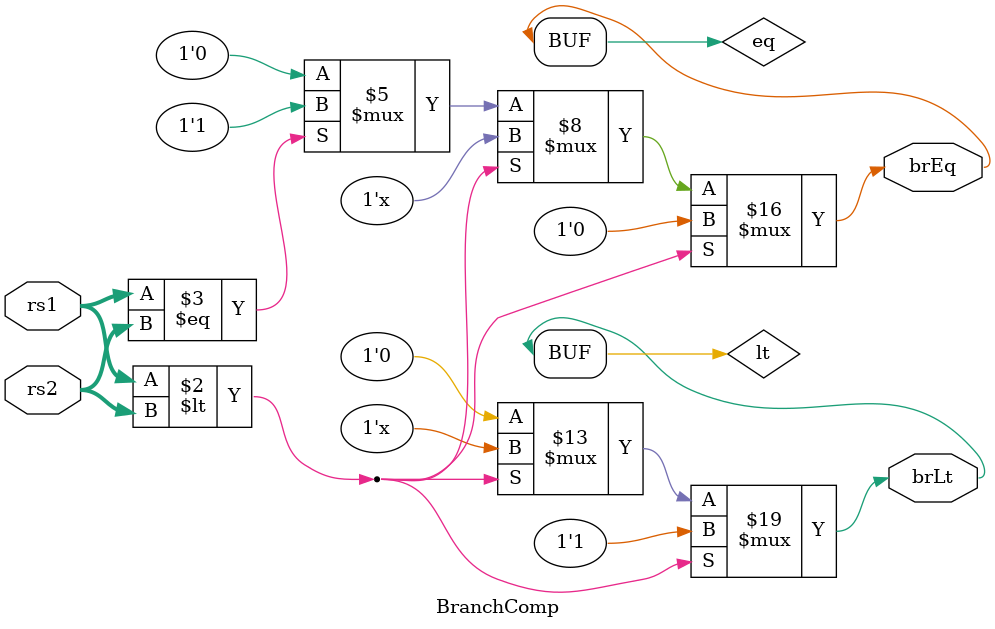
<source format=v>
module BranchComp(
    input [31:0] rs1,       // First register value
    input [31:0] rs2,       // Second register value
    output brLt,            // Output for less than condition
    output brEq             // Output for equality condition
);

    // TODO: implement your branch comparator here for checking if
    // value is register is less than or equal to another register
    reg lt;
    reg eq;
    always @(*) begin
        if(rs1<rs2)begin
            lt = 1;
            eq = 0;
        end else if (rs1==rs2) begin
            lt = 0;
            eq = 1;
        end else begin
            lt = 0;
            eq = 0;
        end
    end
    assign brLt = lt;
    assign brEq = eq;
endmodule
</source>
